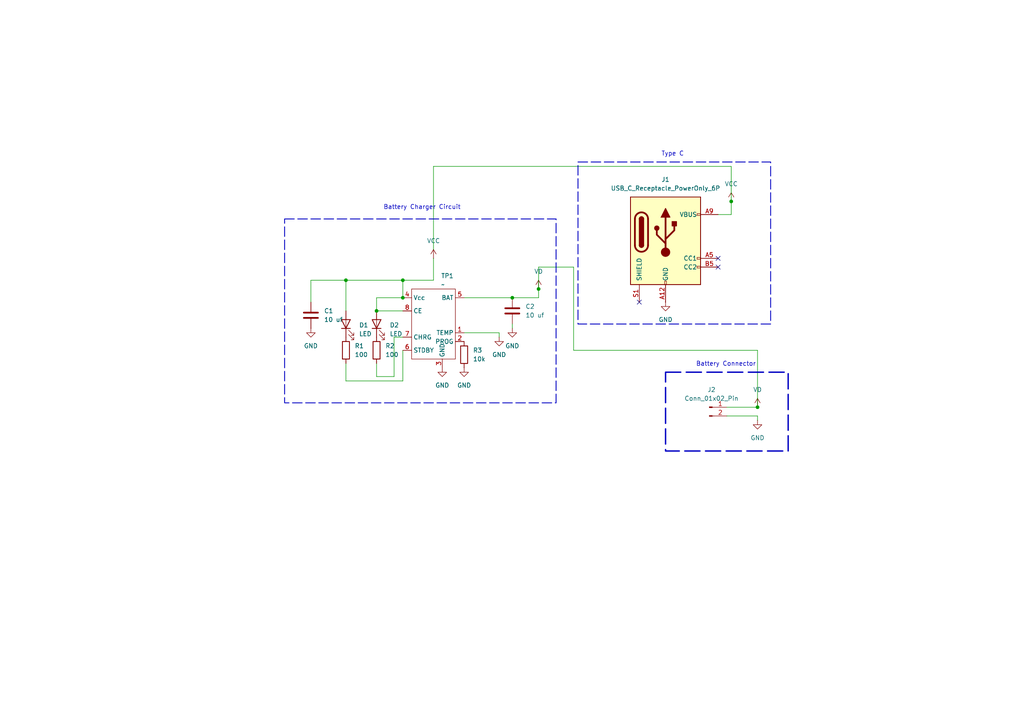
<source format=kicad_sch>
(kicad_sch (version 20231120) (generator "eeschema") (generator_version "8.0")
  (paper "A4")
  (lib_symbols
    (symbol "Connector:Conn_01x02_Pin" (pin_names (offset 1.016) hide)
      (property "Reference" "J" (at 0 2.54 0))
      (property "Value" "Conn_01x02_Pin" (at 0 -5.08 0))
      (symbol "Conn_01x02_Pin_1_1"
        (polyline (pts (xy 1.27 -2.54) (xy 0.8636 -2.54)) (stroke (width 0.1524)))
        (polyline (pts (xy 1.27 0) (xy 0.8636 0)) (stroke (width 0.1524)))
        (rectangle (start 0.8636 -2.413) (end 0 -2.667) (stroke (width 0.1524)) (fill (type outline)))
        (rectangle (start 0.8636 0.127) (end 0 -0.127) (stroke (width 0.1524)) (fill (type outline)))
        (pin passive line (at 5.08 0 180) (length 3.81) (name "Pin_1") (number "1"))
        (pin passive line (at 5.08 -2.54 180) (length 3.81) (name "Pin_2") (number "2"))
      )
    )
    (symbol "Connector:USB_C_Receptacle_PowerOnly_6P" (pin_names (offset 1.016))
      (property "Reference" "J" (at 0 16.51 0))
      (property "Value" "USB_C_Receptacle_PowerOnly_6P" (at 0 13.97 0))
      (symbol "USB_C_Receptacle_PowerOnly_6P_0_0"
        (rectangle (start -0.254 -12.7) (end 0.254 -11.684))
        (rectangle (start 10.16 -7.366) (end 9.144 -7.874))
        (rectangle (start 10.16 -4.826) (end 9.144 -5.334))
        (rectangle (start 10.16 7.874) (end 9.144 7.366))
      )
      (symbol "USB_C_Receptacle_PowerOnly_6P_0_1"
        (rectangle (start -10.16 12.7) (end 10.16 -12.7) (stroke (width 0.254)) (fill (type background)))
        (arc (start -8.89 -1.27) (mid -6.985 -3.1667) (end -5.08 -1.27) (stroke (width 0.508)))
        (arc (start -7.62 -1.27) (mid -6.985 -1.9023) (end -6.35 -1.27) (stroke (width 0.254)))
        (arc (start -7.62 -1.27) (mid -6.985 -1.9023) (end -6.35 -1.27) (stroke (width 0.254)) (fill (type outline)))
        (rectangle (start -7.62 -1.27) (end -6.35 6.35) (stroke (width 0.254)) (fill (type outline)))
        (arc (start -6.35 6.35) (mid -6.985 6.9823) (end -7.62 6.35) (stroke (width 0.254)))
        (arc (start -6.35 6.35) (mid -6.985 6.9823) (end -7.62 6.35) (stroke (width 0.254)) (fill (type outline)))
        (arc (start -5.08 6.35) (mid -6.985 8.2467) (end -8.89 6.35) (stroke (width 0.508)))
        (circle (center -2.54 3.683) (radius 0.635) (stroke (width 0.254)) (fill (type outline)))
        (circle (center 0 -3.302) (radius 1.27) (fill (type outline)))
        (polyline (pts (xy -8.89 -1.27) (xy -8.89 6.35)) (stroke (width 0.508)))
        (polyline (pts (xy -5.08 6.35) (xy -5.08 -1.27)) (stroke (width 0.508)))
        (polyline (pts (xy 0 -3.302) (xy 0 6.858)) (stroke (width 0.508)))
        (polyline (pts (xy 0 -0.762) (xy -2.54 1.778) (xy -2.54 3.048)) (stroke (width 0.508)))
        (polyline (pts (xy 0 0.508) (xy 2.54 3.048) (xy 2.54 4.318)) (stroke (width 0.508)))
        (polyline (pts (xy -1.27 6.858) (xy 0 9.398) (xy 1.27 6.858) (xy -1.27 6.858)) (stroke (width 0.254)) (fill (type outline)))
        (rectangle (start 1.905 4.318) (end 3.175 5.588) (stroke (width 0.254)) (fill (type outline)))
      )
      (symbol "USB_C_Receptacle_PowerOnly_6P_1_1"
        (pin passive line (at 0 -17.78 90) (length 5.08) (name "GND") (number "A12"))
        (pin bidirectional line (at 15.24 -5.08 180) (length 5.08) (name "CC1") (number "A5"))
        (pin passive line (at 15.24 7.62 180) (length 5.08) (name "VBUS") (number "A9"))
        (pin passive line (at 0 -17.78 90) (length 5.08) hide (name "GND") (number "B12"))
        (pin bidirectional line (at 15.24 -7.62 180) (length 5.08) (name "CC2") (number "B5"))
        (pin passive line (at 15.24 7.62 180) (length 5.08) hide (name "VBUS") (number "B9"))
        (pin passive line (at -7.62 -17.78 90) (length 5.08) (name "SHIELD") (number "S1"))
      )
    )
    (symbol "Device:C" (pin_numbers hide) (pin_names (offset 0.254))
      (property "Reference" "C" (at 0.635 2.54 0))
      (property "Value" "C" (at 0.635 -2.54 0))
      (symbol "C_0_1"
        (polyline (pts (xy -2.032 -0.762) (xy 2.032 -0.762)) (stroke (width 0.508)))
        (polyline (pts (xy -2.032 0.762) (xy 2.032 0.762)) (stroke (width 0.508)))
      )
      (symbol "C_1_1"
        (pin passive line (at 0 3.81 270) (length 2.794) (name "~") (number "1"))
        (pin passive line (at 0 -3.81 90) (length 2.794) (name "~") (number "2"))
      )
    )
    (symbol "Device:LED" (pin_numbers hide) (pin_names (offset 1.016) hide)
      (property "Reference" "D" (at 0 2.54 0))
      (property "Value" "LED" (at 0 -2.54 0))
      (symbol "LED_0_1"
        (polyline (pts (xy -1.27 -1.27) (xy -1.27 1.27)) (stroke (width 0.254)))
        (polyline (pts (xy -1.27 0) (xy 1.27 0)))
        (polyline (pts (xy 1.27 -1.27) (xy 1.27 1.27) (xy -1.27 0) (xy 1.27 -1.27)) (stroke (width 0.254)))
        (polyline (pts (xy -3.048 -0.762) (xy -4.572 -2.286) (xy -3.81 -2.286) (xy -4.572 -2.286) (xy -4.572 -1.524)))
        (polyline (pts (xy -1.778 -0.762) (xy -3.302 -2.286) (xy -2.54 -2.286) (xy -3.302 -2.286) (xy -3.302 -1.524)))
      )
      (symbol "LED_1_1"
        (pin passive line (at -3.81 0 0) (length 2.54) (name "K") (number "1"))
        (pin passive line (at 3.81 0 180) (length 2.54) (name "A") (number "2"))
      )
    )
    (symbol "Device:R" (pin_numbers hide) (pin_names (offset 0))
      (property "Reference" "R" (at 2.032 0 90))
      (property "Value" "R" (at 0 0 90))
      (symbol "R_0_1"
        (rectangle (start -1.016 -2.54) (end 1.016 2.54) (stroke (width 0.254)))
      )
      (symbol "R_1_1"
        (pin passive line (at 0 3.81 270) (length 1.27) (name "~") (number "1"))
        (pin passive line (at 0 -3.81 90) (length 1.27) (name "~") (number "2"))
      )
    )
    (symbol "TP4056:TP4056_Lipo_Charger_Module"
      (property "Reference" "TP1" (at 2.1941 13.97 0))
      (property "Value" "~" (at 2.1941 11.43 0))
      (symbol "TP4056_Lipo_Charger_Module_1_1"
        (text_box "" (at -6.35 10.16 0) (size 12.7 -20.32) (effects (font (size 1.27 1.27)) (justify left top)))
        (pin input line (at 8.89 -2.54 180) (length 2.54) (name "TEMP") (number "1"))
        (pin input line (at 8.89 -5.08 180) (length 2.54) (name "PROG") (number "2"))
        (pin input line (at 2.54 -12.7 90) (length 2.54) (name "GND") (number "3"))
        (pin input line (at -8.89 7.62 0) (length 2.54) (name "Vcc") (number "4"))
        (pin output line (at 8.89 7.62 180) (length 2.54) (name "BAT") (number "5"))
        (pin input line (at -8.89 -7.62 0) (length 2.54) (name "STDBY") (number "6"))
        (pin input line (at -8.89 -3.81 0) (length 2.54) (name "CHRG") (number "7"))
        (pin input line (at -8.89 3.81 0) (length 2.54) (name "CE") (number "8"))
      )
    )
    (symbol "power:GND" (power) (pin_numbers hide) (pin_names (offset 0) hide)
      (property "Value" "GND" (at 0 -3.81 0))
      (symbol "GND_0_1"
        (polyline (pts (xy 0 0) (xy 0 -1.27) (xy 1.27 -1.27) (xy 0 -2.54) (xy -1.27 -1.27) (xy 0 -1.27)))
      )
      (symbol "GND_1_1"
        (pin power_in line (at 0 0 270) (length 0) (name "~") (number "1"))
      )
    )
    (symbol "power:VCC" (power) (pin_numbers hide) (pin_names (offset 0) hide)
      (property "Value" "VCC" (at 0 3.556 0))
      (symbol "VCC_0_1"
        (polyline (pts (xy -0.762 1.27) (xy 0 2.54)))
        (polyline (pts (xy 0 0) (xy 0 2.54)))
        (polyline (pts (xy 0 2.54) (xy 0.762 1.27)))
      )
      (symbol "VCC_1_1"
        (pin power_in line (at 0 0 90) (length 0) (name "~") (number "1"))
      )
    )
    (symbol "power:VD" (power) (pin_numbers hide) (pin_names (offset 0) hide)
      (property "Value" "VD" (at 0 3.556 0))
      (symbol "VD_0_1"
        (polyline (pts (xy -0.762 1.27) (xy 0 2.54)))
        (polyline (pts (xy 0 0) (xy 0 2.54)))
        (polyline (pts (xy 0 2.54) (xy 0.762 1.27)))
      )
      (symbol "VD_1_1"
        (pin power_in line (at 0 0 90) (length 0) (name "~") (number "1"))
      )
    )
  )
  (junction (at 109.22 90.17))
  (junction (at 116.84 86.36))
  (junction (at 212.09 58.42))
  (junction (at 148.59 86.36))
  (junction (at 116.84 81.28))
  (junction (at 219.71 118.11))
  (junction (at 156.21 83.82))
  (junction (at 100.33 81.28))
  (no_connect (at 208.28 74.93))
  (no_connect (at 185.42 87.63))
  (no_connect (at 208.28 77.47))
  (wire (pts (xy 114.3 109.22) (xy 114.3 97.79)))
  (wire (pts (xy 166.37 101.6) (xy 219.71 101.6)))
  (wire (pts (xy 212.09 48.26) (xy 212.09 58.42)))
  (wire (pts (xy 208.28 62.23) (xy 212.09 62.23)))
  (wire (pts (xy 212.09 62.23) (xy 212.09 58.42)))
  (wire (pts (xy 116.84 90.17) (xy 109.22 90.17)))
  (wire (pts (xy 156.21 77.47) (xy 156.21 83.82)))
  (wire (pts (xy 156.21 83.82) (xy 156.21 86.36)))
  (wire (pts (xy 116.84 81.28) (xy 116.84 86.36)))
  (wire (pts (xy 116.84 81.28) (xy 100.33 81.28)))
  (wire (pts (xy 125.73 48.26) (xy 212.09 48.26)))
  (wire (pts (xy 148.59 93.98) (xy 148.59 95.25)))
  (wire (pts (xy 125.73 72.39) (xy 125.73 48.26)))
  (wire (pts (xy 219.71 118.11) (xy 210.82 118.11)))
  (wire (pts (xy 109.22 86.36) (xy 116.84 86.36)))
  (wire (pts (xy 109.22 109.22) (xy 114.3 109.22)))
  (wire (pts (xy 219.71 120.65) (xy 210.82 120.65)))
  (wire (pts (xy 125.73 81.28) (xy 116.84 81.28)))
  (wire (pts (xy 144.78 96.52) (xy 134.62 96.52)))
  (wire (pts (xy 90.17 81.28) (xy 90.17 87.63)))
  (wire (pts (xy 166.37 77.47) (xy 166.37 101.6)))
  (wire (pts (xy 114.3 97.79) (xy 116.84 97.79)))
  (wire (pts (xy 116.84 101.6) (xy 116.84 110.49)))
  (wire (pts (xy 100.33 110.49) (xy 116.84 110.49)))
  (wire (pts (xy 156.21 77.47) (xy 166.37 77.47)))
  (wire (pts (xy 100.33 105.41) (xy 100.33 110.49)))
  (wire (pts (xy 144.78 97.79) (xy 144.78 96.52)))
  (wire (pts (xy 109.22 109.22) (xy 109.22 105.41)))
  (wire (pts (xy 125.73 74.93) (xy 125.73 81.28)))
  (wire (pts (xy 109.22 90.17) (xy 109.22 86.36)))
  (wire (pts (xy 134.62 86.36) (xy 148.59 86.36)))
  (wire (pts (xy 100.33 81.28) (xy 100.33 90.17)))
  (wire (pts (xy 219.71 121.92) (xy 219.71 120.65)))
  (wire (pts (xy 156.21 86.36) (xy 148.59 86.36)))
  (wire (pts (xy 219.71 101.6) (xy 219.71 118.11)))
  (wire (pts (xy 100.33 81.28) (xy 90.17 81.28)))
  (rectangle (start 167.64 46.99) (end 223.52 93.98) (stroke (width 0.254) (type dash)))
  (rectangle (start 82.55 63.5) (end 161.29 116.84) (stroke (width 0.254) (type dash)))
  (rectangle (start 193.04 107.95) (end 228.6 130.81) (stroke (width 0.4) (type dash)))
  (text "Battery Charger Circuit\n" (at 122.428 60.198 0) (effects (font (size 1.27 1.27))))
  (text "Type C \n" (at 195.58 44.704 0) (effects (font (size 1.27 1.27))))
  (text "Battery Connector\n" (at 210.566 105.664 0) (effects (font (size 1.27 1.27))))
  (symbol (lib_id "Device:C") (at 148.59 90.17 0) (unit 1)
    (property "Reference" "C2" (at 152.4 88.8999 0) (effects (justify left)))
    (property "Value" "10 uf" (at 152.4 91.4399 0) (effects (justify left)))
    (property "Footprint" "Capacitor_SMD:C_1206_3216Metric" (effects (hide yes)))
    (property "Description" "Unpolarized capacitor" (effects (hide yes)))
  )
  (symbol (lib_id "Device:R") (at 134.62 102.87 0) (unit 1)
    (property "Reference" "R3" (at 137.16 101.5999 0) (effects (justify left)))
    (property "Value" "10k" (at 137.16 104.1399 0) (effects (justify left)))
    (property "Footprint" "Resistor_SMD:R_1206_3216Metric" (effects (hide yes)))
    (property "Description" "Resistor" (effects (hide yes)))
  )
  (symbol (lib_id "Device:LED") (at 109.22 93.98 90) (unit 1)
    (property "Reference" "D2" (at 113.03 94.2974 90) (effects (justify right)))
    (property "Value" "LED" (at 113.03 96.8374 90) (effects (justify right)))
    (property "Footprint" "LED_THT:LED_D3.0mm" (effects (hide yes)))
    (property "Description" "Light emitting diode" (effects (hide yes)))
  )
  (symbol (lib_id "power:VD") (at 219.71 118.11 0) (unit 1)
    (property "Reference" "#PWR010" (effects (hide yes)))
    (property "Value" "VD" (at 219.71 113.03 0))
    (property "Description" "Power symbol creates a global label with name \"VD\"" (effects (hide yes)))
  )
  (symbol (lib_id "Device:R") (at 109.22 101.6 0) (unit 1)
    (property "Reference" "R2" (at 111.76 100.3299 0) (effects (justify left)))
    (property "Value" "100" (at 111.76 102.8699 0) (effects (justify left)))
    (property "Footprint" "Resistor_SMD:R_1206_3216Metric" (effects (hide yes)))
    (property "Description" "Resistor" (effects (hide yes)))
  )
  (symbol (lib_id "power:GND") (at 193.04 87.63 0) (unit 1)
    (property "Reference" "#PWR08" (effects (hide yes)))
    (property "Value" "GND" (at 193.04 92.71 0))
    (property "Description" "Power symbol creates a global label with name \"GND\" , ground" (effects (hide yes)))
  )
  (symbol (lib_id "power:GND") (at 219.71 121.92 0) (unit 1)
    (property "Reference" "#PWR011" (effects (hide yes)))
    (property "Value" "GND" (at 219.71 127 0))
    (property "Description" "Power symbol creates a global label with name \"GND\" , ground" (effects (hide yes)))
  )
  (symbol (lib_id "TP4056:TP4056_Lipo_Charger_Module") (at 125.73 93.98 0) (unit 1)
    (property "Reference" "TP1" (at 127.9241 80.01 0) (effects (justify left)))
    (property "Value" "~" (at 127.9241 82.55 0) (effects (justify left)))
    (property "Footprint" "Package_SO:SOP-8_3.9x4.9mm_P1.27mm" (effects (hide yes)))
  )
  (symbol (lib_id "power:GND") (at 148.59 95.25 0) (unit 1)
    (property "Reference" "#PWR06" (effects (hide yes)))
    (property "Value" "GND" (at 148.59 100.33 0))
    (property "Description" "Power symbol creates a global label with name \"GND\" , ground" (effects (hide yes)))
  )
  (symbol (lib_id "power:GND") (at 144.78 97.79 0) (unit 1)
    (property "Reference" "#PWR05" (effects (hide yes)))
    (property "Value" "GND" (at 144.78 102.87 0))
    (property "Description" "Power symbol creates a global label with name \"GND\" , ground" (effects (hide yes)))
  )
  (symbol (lib_id "power:VCC") (at 125.73 74.93 0) (unit 1)
    (property "Reference" "#PWR02" (effects (hide yes)))
    (property "Value" "VCC" (at 125.73 69.85 0))
    (property "Description" "Power symbol creates a global label with name \"VCC\"" (effects (hide yes)))
  )
  (symbol (lib_id "power:GND") (at 128.27 106.68 0) (unit 1)
    (property "Reference" "#PWR03" (effects (hide yes)))
    (property "Value" "GND" (at 128.27 111.76 0))
    (property "Description" "Power symbol creates a global label with name \"GND\" , ground" (effects (hide yes)))
  )
  (symbol (lib_id "power:GND") (at 134.62 106.68 0) (unit 1)
    (property "Reference" "#PWR04" (effects (hide yes)))
    (property "Value" "GND" (at 134.62 111.76 0))
    (property "Description" "Power symbol creates a global label with name \"GND\" , ground" (effects (hide yes)))
  )
  (symbol (lib_id "Device:C") (at 90.17 91.44 0) (unit 1)
    (property "Reference" "C1" (at 93.98 90.1699 0) (effects (justify left)))
    (property "Value" "10 uf" (at 93.98 92.7099 0) (effects (justify left)))
    (property "Footprint" "Capacitor_SMD:C_1206_3216Metric" (effects (hide yes)))
    (property "Description" "Unpolarized capacitor" (effects (hide yes)))
  )
  (symbol (lib_id "Device:LED") (at 100.33 93.98 90) (unit 1)
    (property "Reference" "D1" (at 104.14 94.2974 90) (effects (justify right)))
    (property "Value" "LED" (at 104.14 96.8374 90) (effects (justify right)))
    (property "Footprint" "LED_THT:LED_D3.0mm" (effects (hide yes)))
    (property "Description" "Light emitting diode" (effects (hide yes)))
  )
  (symbol (lib_id "Device:R") (at 100.33 101.6 0) (unit 1)
    (property "Reference" "R1" (at 102.87 100.3299 0) (effects (justify left)))
    (property "Value" "100" (at 102.87 102.8699 0) (effects (justify left)))
    (property "Footprint" "Resistor_SMD:R_1206_3216Metric" (effects (hide yes)))
    (property "Description" "Resistor" (effects (hide yes)))
  )
  (symbol (lib_id "Connector:USB_C_Receptacle_PowerOnly_6P") (at 193.04 69.85 0) (unit 1)
    (property "Reference" "J1" (at 193.04 52.07 0))
    (property "Value" "USB_C_Receptacle_PowerOnly_6P" (at 193.04 54.61 0))
    (property "Footprint" "Connector_USB:USB_C_Receptacle_GCT_USB4135-GF-A_6P_TopMnt_Horizontal" (effects (hide yes)))
    (property "Datasheet" "https://www.usb.org/sites/default/files/documents/usb_type-c.zip" (effects (hide yes)))
    (property "Description" "USB Power-Only 6P Type-C Receptacle connector" (effects (hide yes)))
  )
  (symbol (lib_id "power:VCC") (at 212.09 58.42 0) (unit 1)
    (property "Reference" "#PWR09" (effects (hide yes)))
    (property "Value" "VCC" (at 212.09 53.34 0))
    (property "Description" "Power symbol creates a global label with name \"VCC\"" (effects (hide yes)))
  )
  (symbol (lib_id "power:VD") (at 156.21 83.82 0) (unit 1)
    (property "Reference" "#PWR07" (effects (hide yes)))
    (property "Value" "VD" (at 156.21 78.74 0))
    (property "Description" "Power symbol creates a global label with name \"VD\"" (effects (hide yes)))
  )
  (symbol (lib_id "power:GND") (at 90.17 95.25 0) (unit 1)
    (property "Reference" "#PWR01" (effects (hide yes)))
    (property "Value" "GND" (at 90.17 100.33 0))
    (property "Description" "Power symbol creates a global label with name \"GND\" , ground" (effects (hide yes)))
  )
  (symbol (lib_id "Connector:Conn_01x02_Pin") (at 205.74 118.11 0) (unit 1)
    (property "Reference" "J2" (at 206.375 113.03 0))
    (property "Value" "Conn_01x02_Pin" (at 206.375 115.57 0))
    (property "Footprint" "Connector_PinHeader_1.00mm:PinHeader_1x02_P1.00mm_Vertical_SMD_Pin1Left" (effects (hide yes)))
    (property "Description" "Generic connector, single row, 01x02, script generated" (effects (hide yes)))
  )
)
</source>
